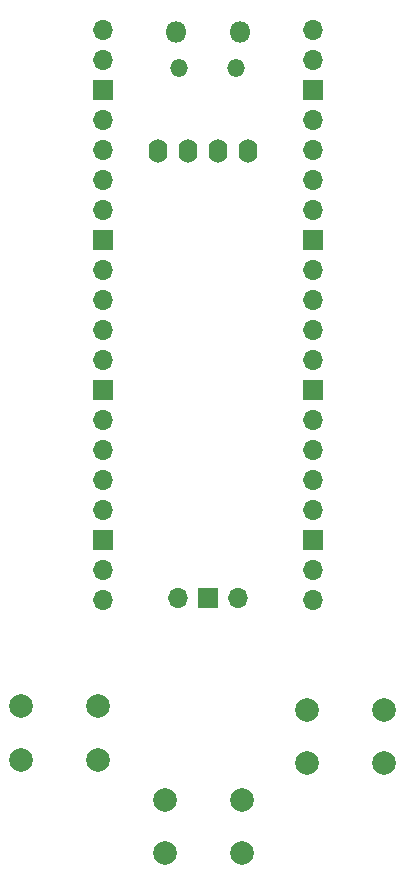
<source format=gbr>
%TF.GenerationSoftware,KiCad,Pcbnew,7.0.10+dfsg-1*%
%TF.CreationDate,2024-01-31T12:43:45+01:00*%
%TF.ProjectId,pcb_chibi,7063625f-6368-4696-9269-2e6b69636164,rev?*%
%TF.SameCoordinates,Original*%
%TF.FileFunction,Soldermask,Top*%
%TF.FilePolarity,Negative*%
%FSLAX46Y46*%
G04 Gerber Fmt 4.6, Leading zero omitted, Abs format (unit mm)*
G04 Created by KiCad (PCBNEW 7.0.10+dfsg-1) date 2024-01-31 12:43:45*
%MOMM*%
%LPD*%
G01*
G04 APERTURE LIST*
%ADD10C,2.000000*%
%ADD11O,1.600000X2.000000*%
%ADD12O,1.700000X1.700000*%
%ADD13R,1.700000X1.700000*%
%ADD14O,1.800000X1.800000*%
%ADD15O,1.500000X1.500000*%
G04 APERTURE END LIST*
D10*
%TO.C,SW1*%
X122555000Y-134040000D03*
X116055000Y-134040000D03*
X122555000Y-129540000D03*
X116055000Y-129540000D03*
%TD*%
%TO.C,SW3*%
X146760000Y-134330000D03*
X140260000Y-134330000D03*
X146760000Y-129830000D03*
X140260000Y-129830000D03*
%TD*%
D11*
%TO.C,Display*%
X135255000Y-82550000D03*
X132715000Y-82550000D03*
X130175000Y-82550000D03*
X127635000Y-82550000D03*
%TD*%
D10*
%TO.C,SW2*%
X134695000Y-141950000D03*
X128195000Y-141950000D03*
X134695000Y-137450000D03*
X128195000Y-137450000D03*
%TD*%
D12*
%TO.C,Pico*%
X129295000Y-120335000D03*
D13*
X131835000Y-120335000D03*
D12*
X134375000Y-120335000D03*
X122945000Y-72305000D03*
X122945000Y-74845000D03*
D13*
X122945000Y-77385000D03*
D12*
X122945000Y-79925000D03*
X122945000Y-82465000D03*
X122945000Y-85005000D03*
X122945000Y-87545000D03*
D13*
X122945000Y-90085000D03*
D12*
X122945000Y-92625000D03*
X122945000Y-95165000D03*
X122945000Y-97705000D03*
X122945000Y-100245000D03*
D13*
X122945000Y-102785000D03*
D12*
X122945000Y-105325000D03*
X122945000Y-107865000D03*
X122945000Y-110405000D03*
X122945000Y-112945000D03*
D13*
X122945000Y-115485000D03*
D12*
X122945000Y-118025000D03*
X122945000Y-120565000D03*
X140725000Y-120565000D03*
X140725000Y-118025000D03*
D13*
X140725000Y-115485000D03*
D12*
X140725000Y-112945000D03*
X140725000Y-110405000D03*
X140725000Y-107865000D03*
X140725000Y-105325000D03*
D13*
X140725000Y-102785000D03*
D12*
X140725000Y-100245000D03*
X140725000Y-97705000D03*
X140725000Y-95165000D03*
X140725000Y-92625000D03*
D13*
X140725000Y-90085000D03*
D12*
X140725000Y-87545000D03*
X140725000Y-85005000D03*
X140725000Y-82465000D03*
X140725000Y-79925000D03*
D13*
X140725000Y-77385000D03*
D12*
X140725000Y-74845000D03*
X140725000Y-72305000D03*
D14*
X129110000Y-72435000D03*
D15*
X129410000Y-75465000D03*
X134260000Y-75465000D03*
D14*
X134560000Y-72435000D03*
%TD*%
M02*

</source>
